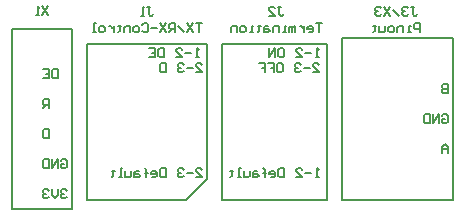
<source format=gbr>
%TF.GenerationSoftware,Altium Limited,Altium Designer,21.3.0 (21)*%
G04 Layer_Color=32896*
%FSLAX45Y45*%
%MOMM*%
%TF.SameCoordinates,FC24DA46-C209-461C-A341-196A143AB96F*%
%TF.FilePolarity,Positive*%
%TF.FileFunction,Legend,Bot*%
%TF.Part,Single*%
G01*
G75*
%TA.AperFunction,NonConductor*%
%ADD27C,0.20000*%
%ADD28C,0.20320*%
D27*
X22733000Y19050000D02*
Y20574001D01*
Y19050000D02*
X23241000D01*
X22733000Y20574001D02*
X23241000D01*
Y19050000D02*
Y20574001D01*
X23367999Y20447000D02*
X24384000D01*
X24511000D02*
X25400000D01*
X24511000Y19126199D02*
X25400000D01*
Y20447000D01*
X25527000Y19126199D02*
Y20497800D01*
Y19126199D02*
X26466800D01*
X25527000Y20497800D02*
X26466800D01*
Y19126199D02*
Y20497800D01*
X23367999Y19126199D02*
X24206200D01*
X23367999D02*
Y20447000D01*
X24206200Y19126199D02*
X24384000Y19303999D01*
Y20447000D01*
X24511000Y19126199D02*
Y20447000D01*
D28*
X24980896Y20758377D02*
X25006288D01*
X24993591D01*
Y20694897D01*
X25006288Y20682202D01*
X25018983D01*
X25031679Y20694897D01*
X24904721Y20682202D02*
X24955504D01*
X24904721Y20732985D01*
Y20745682D01*
X24917416Y20758377D01*
X24942809D01*
X24955504Y20745682D01*
X25355424Y20618199D02*
X25304642D01*
X25330032D01*
Y20542023D01*
X25241161D02*
X25266553D01*
X25279250Y20554720D01*
Y20580112D01*
X25266553Y20592807D01*
X25241161D01*
X25228465Y20580112D01*
Y20567415D01*
X25279250D01*
X25203075Y20592807D02*
Y20542023D01*
Y20567415D01*
X25190378Y20580112D01*
X25177682Y20592807D01*
X25164986D01*
X25126898Y20542023D02*
Y20592807D01*
X25114203D01*
X25101508Y20580112D01*
Y20542023D01*
Y20580112D01*
X25088811Y20592807D01*
X25076115Y20580112D01*
Y20542023D01*
X25050723D02*
X25025331D01*
X25038026D01*
Y20592807D01*
X25050723D01*
X24987244Y20542023D02*
Y20592807D01*
X24949156D01*
X24936459Y20580112D01*
Y20542023D01*
X24898372Y20592807D02*
X24872980D01*
X24860284Y20580112D01*
Y20542023D01*
X24898372D01*
X24911069Y20554720D01*
X24898372Y20567415D01*
X24860284D01*
X24822197Y20605502D02*
Y20592807D01*
X24834892D01*
X24809502D01*
X24822197D01*
Y20554720D01*
X24809502Y20542023D01*
X24771413D02*
X24746022D01*
X24758717D01*
Y20592807D01*
X24771413D01*
X24695238Y20542023D02*
X24669846D01*
X24657150Y20554720D01*
Y20580112D01*
X24669846Y20592807D01*
X24695238D01*
X24707935Y20580112D01*
Y20554720D01*
X24695238Y20542023D01*
X24631760D02*
Y20592807D01*
X24593671D01*
X24580975Y20580112D01*
Y20542023D01*
X23037782Y20764488D02*
X22987000Y20688312D01*
Y20764488D02*
X23037782Y20688312D01*
X22961607D02*
X22936217D01*
X22948912D01*
Y20764488D01*
X22961607Y20751791D01*
X23875999Y20758377D02*
X23901392D01*
X23888696D01*
Y20694897D01*
X23901392Y20682202D01*
X23914088D01*
X23926784Y20694897D01*
X23850607Y20682202D02*
X23825217D01*
X23837912D01*
Y20758377D01*
X23850607Y20745682D01*
X24339400Y20618199D02*
X24288617D01*
X24314008D01*
Y20542023D01*
X24263225Y20618199D02*
X24212440Y20542023D01*
Y20618199D02*
X24263225Y20542023D01*
X24187048D02*
X24136266Y20592807D01*
X24110873Y20542023D02*
Y20618199D01*
X24072786D01*
X24060091Y20605502D01*
Y20580112D01*
X24072786Y20567415D01*
X24110873D01*
X24085481D02*
X24060091Y20542023D01*
X24034698Y20618199D02*
X23983916Y20542023D01*
Y20618199D02*
X24034698Y20542023D01*
X23958524Y20580112D02*
X23907739D01*
X23831564Y20605502D02*
X23844260Y20618199D01*
X23869652D01*
X23882349Y20605502D01*
Y20554720D01*
X23869652Y20542023D01*
X23844260D01*
X23831564Y20554720D01*
X23793477Y20542023D02*
X23768085D01*
X23755389Y20554720D01*
Y20580112D01*
X23768085Y20592807D01*
X23793477D01*
X23806174Y20580112D01*
Y20554720D01*
X23793477Y20542023D01*
X23729997D02*
Y20592807D01*
X23691908D01*
X23679214Y20580112D01*
Y20542023D01*
X23641125Y20605502D02*
Y20592807D01*
X23653822D01*
X23628430D01*
X23641125D01*
Y20554720D01*
X23628430Y20542023D01*
X23590343Y20592807D02*
Y20542023D01*
Y20567415D01*
X23577647Y20580112D01*
X23564951Y20592807D01*
X23552255D01*
X23501471Y20542023D02*
X23476079D01*
X23463383Y20554720D01*
Y20580112D01*
X23476079Y20592807D01*
X23501471D01*
X23514166Y20580112D01*
Y20554720D01*
X23501471Y20542023D01*
X23437991D02*
X23412601D01*
X23425296D01*
Y20618199D01*
X23437991D01*
X26111160Y20758377D02*
X26136551D01*
X26123856D01*
Y20694897D01*
X26136551Y20682202D01*
X26149246D01*
X26161942Y20694897D01*
X26085767Y20745682D02*
X26073071Y20758377D01*
X26047678D01*
X26034982Y20745682D01*
Y20732985D01*
X26047678Y20720290D01*
X26060376D01*
X26047678D01*
X26034982Y20707594D01*
Y20694897D01*
X26047678Y20682202D01*
X26073071D01*
X26085767Y20694897D01*
X26009592Y20682202D02*
X25958807Y20732985D01*
X25933417Y20758377D02*
X25882632Y20682202D01*
Y20758377D02*
X25933417Y20682202D01*
X25857242Y20745682D02*
X25844547Y20758377D01*
X25819153D01*
X25806458Y20745682D01*
Y20732985D01*
X25819153Y20720290D01*
X25831848D01*
X25819153D01*
X25806458Y20707594D01*
Y20694897D01*
X25819153Y20682202D01*
X25844547D01*
X25857242Y20694897D01*
X26180984Y20542023D02*
Y20618199D01*
X26142899D01*
X26130203Y20605502D01*
Y20580112D01*
X26142899Y20567415D01*
X26180984D01*
X26104810Y20542023D02*
X26079419D01*
X26092114D01*
Y20592807D01*
X26104810D01*
X26041330Y20542023D02*
Y20592807D01*
X26003244D01*
X25990549Y20580112D01*
Y20542023D01*
X25952460D02*
X25927069D01*
X25914374Y20554720D01*
Y20580112D01*
X25927069Y20592807D01*
X25952460D01*
X25965155Y20580112D01*
Y20554720D01*
X25952460Y20542023D01*
X25888980Y20592807D02*
Y20554720D01*
X25876285Y20542023D01*
X25838196D01*
Y20592807D01*
X25800110Y20605502D02*
Y20592807D01*
X25812805D01*
X25787415D01*
X25800110D01*
Y20554720D01*
X25787415Y20542023D01*
X23042880Y19900912D02*
Y19977087D01*
X23004791D01*
X22992097Y19964392D01*
Y19939000D01*
X23004791Y19926305D01*
X23042880D01*
X23017488D02*
X22992097Y19900912D01*
X23042880Y19723088D02*
Y19646912D01*
X23004791D01*
X22992097Y19659608D01*
Y19710393D01*
X23004791Y19723088D01*
X23042880D01*
X23119080Y20231088D02*
Y20154912D01*
X23080992D01*
X23068297Y20167609D01*
Y20218391D01*
X23080992Y20231088D01*
X23119080D01*
X22992120D02*
X23042905D01*
Y20154912D01*
X22992120D01*
X23042905Y20192999D02*
X23017513D01*
X23144498Y19456392D02*
X23157191Y19469089D01*
X23182584D01*
X23195280Y19456392D01*
Y19405608D01*
X23182584Y19392912D01*
X23157191D01*
X23144498Y19405608D01*
Y19431000D01*
X23169888D01*
X23119106Y19392912D02*
Y19469089D01*
X23068321Y19392912D01*
Y19469089D01*
X23042929D02*
Y19392912D01*
X23004842D01*
X22992146Y19405608D01*
Y19456392D01*
X23004842Y19469089D01*
X23042929D01*
X23195280Y19202393D02*
X23182584Y19215088D01*
X23157191D01*
X23144498Y19202393D01*
Y19189696D01*
X23157191Y19177000D01*
X23169888D01*
X23157191D01*
X23144498Y19164304D01*
Y19151608D01*
X23157191Y19138911D01*
X23182584D01*
X23195280Y19151608D01*
X23119106Y19215088D02*
Y19164304D01*
X23093713Y19138911D01*
X23068321Y19164304D01*
Y19215088D01*
X23042929Y19202393D02*
X23030232Y19215088D01*
X23004842D01*
X22992146Y19202393D01*
Y19189696D01*
X23004842Y19177000D01*
X23017537D01*
X23004842D01*
X22992146Y19164304D01*
Y19151608D01*
X23004842Y19138911D01*
X23030232D01*
X23042929Y19151608D01*
X25328880Y19316711D02*
X25303488D01*
X25316183D01*
Y19392888D01*
X25328880Y19380193D01*
X25265401Y19354800D02*
X25214616D01*
X25138441Y19316711D02*
X25189224D01*
X25138441Y19367496D01*
Y19380193D01*
X25151137Y19392888D01*
X25176529D01*
X25189224Y19380193D01*
X25036874Y19392888D02*
Y19316711D01*
X24998787D01*
X24986092Y19329408D01*
Y19380193D01*
X24998787Y19392888D01*
X25036874D01*
X24922610Y19316711D02*
X24948003D01*
X24960699Y19329408D01*
Y19354800D01*
X24948003Y19367496D01*
X24922610D01*
X24909917Y19354800D01*
Y19342104D01*
X24960699D01*
X24871828Y19316711D02*
Y19380193D01*
Y19354800D01*
X24884525D01*
X24859132D01*
X24871828D01*
Y19380193D01*
X24859132Y19392888D01*
X24808348Y19367496D02*
X24782957D01*
X24770261Y19354800D01*
Y19316711D01*
X24808348D01*
X24821043Y19329408D01*
X24808348Y19342104D01*
X24770261D01*
X24744868Y19367496D02*
Y19329408D01*
X24732173Y19316711D01*
X24694086D01*
Y19367496D01*
X24668694Y19316711D02*
X24643301D01*
X24655998D01*
Y19392888D01*
X24668694D01*
X24592519Y19380193D02*
Y19367496D01*
X24605214D01*
X24579822D01*
X24592519D01*
Y19329408D01*
X24579822Y19316711D01*
X25278098Y20205711D02*
X25328880D01*
X25278098Y20256496D01*
Y20269193D01*
X25290791Y20281888D01*
X25316183D01*
X25328880Y20269193D01*
X25252705Y20243800D02*
X25201921D01*
X25176529Y20269193D02*
X25163834Y20281888D01*
X25138441D01*
X25125746Y20269193D01*
Y20256496D01*
X25138441Y20243800D01*
X25151137D01*
X25138441D01*
X25125746Y20231104D01*
Y20218408D01*
X25138441Y20205711D01*
X25163834D01*
X25176529Y20218408D01*
X24986092Y20281888D02*
X25011482D01*
X25024179Y20269193D01*
Y20218408D01*
X25011482Y20205711D01*
X24986092D01*
X24973395Y20218408D01*
Y20269193D01*
X24986092Y20281888D01*
X24897220D02*
X24948003D01*
Y20243800D01*
X24922610D01*
X24948003D01*
Y20205711D01*
X24821043Y20281888D02*
X24871828D01*
Y20243800D01*
X24846436D01*
X24871828D01*
Y20205711D01*
X25328880Y20332712D02*
X25303488D01*
X25316183D01*
Y20408888D01*
X25328880Y20396191D01*
X25265401Y20370799D02*
X25214616D01*
X25138441Y20332712D02*
X25189224D01*
X25138441Y20383496D01*
Y20396191D01*
X25151137Y20408888D01*
X25176529D01*
X25189224Y20396191D01*
X24998787Y20408888D02*
X25024179D01*
X25036874Y20396191D01*
Y20345409D01*
X25024179Y20332712D01*
X24998787D01*
X24986092Y20345409D01*
Y20396191D01*
X24998787Y20408888D01*
X24960699Y20332712D02*
Y20408888D01*
X24909917Y20332712D01*
Y20408888D01*
X26370297Y19837392D02*
X26382993Y19850089D01*
X26408383D01*
X26421078Y19837392D01*
Y19786607D01*
X26408383Y19773912D01*
X26382993D01*
X26370297Y19786607D01*
Y19812000D01*
X26395688D01*
X26344904Y19773912D02*
Y19850089D01*
X26294122Y19773912D01*
Y19850089D01*
X26268729D02*
Y19773912D01*
X26230640D01*
X26217947Y19786607D01*
Y19837392D01*
X26230640Y19850089D01*
X26268729D01*
X26421078Y19519913D02*
Y19570695D01*
X26395688Y19596088D01*
X26370297Y19570695D01*
Y19519913D01*
Y19558000D01*
X26421078D01*
Y20104088D02*
Y20027911D01*
X26382993D01*
X26370297Y20040608D01*
Y20053304D01*
X26382993Y20066000D01*
X26421078D01*
X26382993D01*
X26370297Y20078696D01*
Y20091393D01*
X26382993Y20104088D01*
X26421078D01*
X24287497Y19316711D02*
X24338280D01*
X24287497Y19367496D01*
Y19380193D01*
X24300192Y19392888D01*
X24325584D01*
X24338280Y19380193D01*
X24262105Y19354800D02*
X24211320D01*
X24185928Y19380193D02*
X24173233Y19392888D01*
X24147841D01*
X24135146Y19380193D01*
Y19367496D01*
X24147841Y19354800D01*
X24160538D01*
X24147841D01*
X24135146Y19342104D01*
Y19329408D01*
X24147841Y19316711D01*
X24173233D01*
X24185928Y19329408D01*
X24033578Y19392888D02*
Y19316711D01*
X23995491D01*
X23982796Y19329408D01*
Y19380193D01*
X23995491Y19392888D01*
X24033578D01*
X23919315Y19316711D02*
X23944707D01*
X23957404Y19329408D01*
Y19354800D01*
X23944707Y19367496D01*
X23919315D01*
X23906619Y19354800D01*
Y19342104D01*
X23957404D01*
X23868532Y19316711D02*
Y19380193D01*
Y19354800D01*
X23881229D01*
X23855836D01*
X23868532D01*
Y19380193D01*
X23855836Y19392888D01*
X23805052Y19367496D02*
X23779662D01*
X23766965Y19354800D01*
Y19316711D01*
X23805052D01*
X23817747Y19329408D01*
X23805052Y19342104D01*
X23766965D01*
X23741573Y19367496D02*
Y19329408D01*
X23728877Y19316711D01*
X23690790D01*
Y19367496D01*
X23665398Y19316711D02*
X23640005D01*
X23652702D01*
Y19392888D01*
X23665398D01*
X23589223Y19380193D02*
Y19367496D01*
X23601918D01*
X23576526D01*
X23589223D01*
Y19329408D01*
X23576526Y19316711D01*
X24312880Y20332712D02*
X24287488D01*
X24300185D01*
Y20408888D01*
X24312880Y20396191D01*
X24249400Y20370799D02*
X24198618D01*
X24122443Y20332712D02*
X24173225D01*
X24122443Y20383496D01*
Y20396191D01*
X24135136Y20408888D01*
X24160529D01*
X24173225Y20396191D01*
X24020874Y20408888D02*
Y20332712D01*
X23982787D01*
X23970091Y20345409D01*
Y20396191D01*
X23982787Y20408888D01*
X24020874D01*
X23893916D02*
X23944699D01*
Y20332712D01*
X23893916D01*
X23944699Y20370799D02*
X23919307D01*
X24287497Y20205711D02*
X24338280D01*
X24287497Y20256496D01*
Y20269193D01*
X24300192Y20281888D01*
X24325584D01*
X24338280Y20269193D01*
X24262105Y20243800D02*
X24211320D01*
X24185928Y20269193D02*
X24173233Y20281888D01*
X24147841D01*
X24135146Y20269193D01*
Y20256496D01*
X24147841Y20243800D01*
X24160538D01*
X24147841D01*
X24135146Y20231104D01*
Y20218408D01*
X24147841Y20205711D01*
X24173233D01*
X24185928Y20218408D01*
X24033578Y20281888D02*
Y20205711D01*
X23995491D01*
X23982796Y20218408D01*
Y20269193D01*
X23995491Y20281888D01*
X24033578D01*
%TF.MD5,ae1b8d52d75c7adf41f15398702a02a1*%
M02*

</source>
